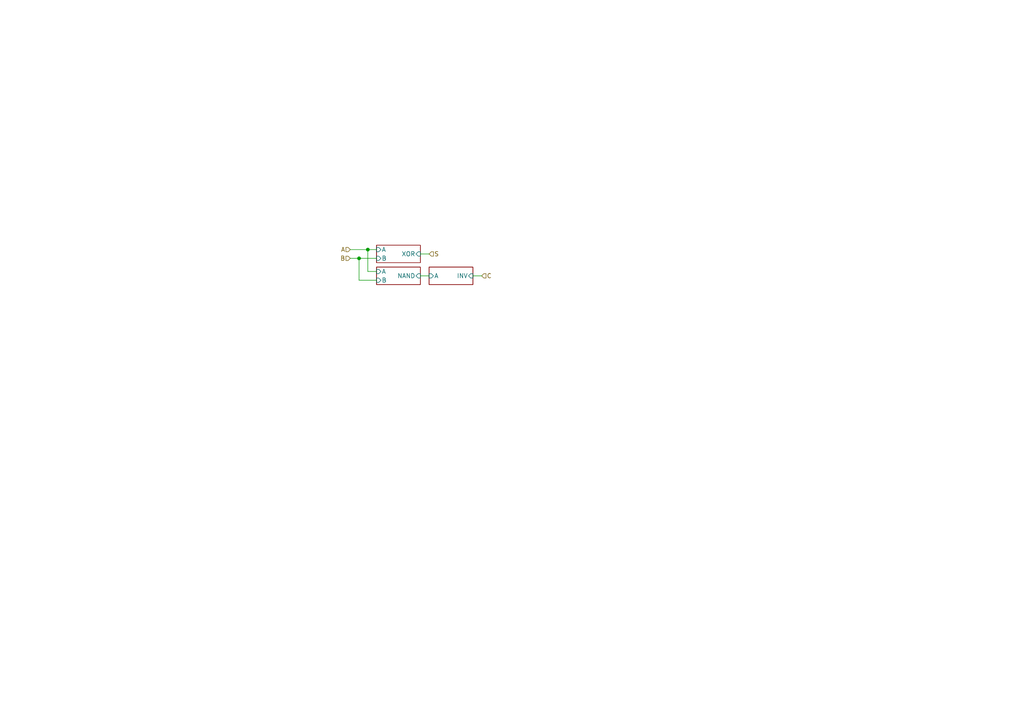
<source format=kicad_sch>
(kicad_sch
	(version 20250114)
	(generator "eeschema")
	(generator_version "9.0")
	(uuid "836caa08-1e8b-428e-9646-bbc51349a83c")
	(paper "A4")
	(lib_symbols)
	(junction
		(at 106.68 72.39)
		(diameter 0)
		(color 0 0 0 0)
		(uuid "31a1e9d7-4fd2-4459-98d2-a3e18a463261")
	)
	(junction
		(at 104.14 74.93)
		(diameter 0)
		(color 0 0 0 0)
		(uuid "a369e4b0-2a03-4a3f-975d-9e40512133e8")
	)
	(wire
		(pts
			(xy 121.92 80.01) (xy 124.46 80.01)
		)
		(stroke
			(width 0)
			(type default)
		)
		(uuid "38593da2-5bc6-4cc4-b648-a4d51f9a3242")
	)
	(wire
		(pts
			(xy 104.14 74.93) (xy 109.22 74.93)
		)
		(stroke
			(width 0)
			(type default)
		)
		(uuid "67cd4ae5-020c-4103-a0ac-e76e75375606")
	)
	(wire
		(pts
			(xy 137.16 80.01) (xy 139.7 80.01)
		)
		(stroke
			(width 0)
			(type default)
		)
		(uuid "6d65cd86-f76d-48db-a053-62f02732137f")
	)
	(wire
		(pts
			(xy 104.14 81.28) (xy 109.22 81.28)
		)
		(stroke
			(width 0)
			(type default)
		)
		(uuid "8f2a04cb-03a8-4aaa-bd1c-e863c8bb3193")
	)
	(wire
		(pts
			(xy 106.68 72.39) (xy 101.6 72.39)
		)
		(stroke
			(width 0)
			(type default)
		)
		(uuid "9f318310-e8f1-4bf8-8bb5-b7a4332810f9")
	)
	(wire
		(pts
			(xy 121.92 73.66) (xy 124.46 73.66)
		)
		(stroke
			(width 0)
			(type default)
		)
		(uuid "a5d4fd8d-b914-4fbd-87bf-1a57a6e33360")
	)
	(wire
		(pts
			(xy 101.6 74.93) (xy 104.14 74.93)
		)
		(stroke
			(width 0)
			(type default)
		)
		(uuid "bcb0b784-f5e7-463c-98e1-0523de13f6f2")
	)
	(wire
		(pts
			(xy 106.68 72.39) (xy 109.22 72.39)
		)
		(stroke
			(width 0)
			(type default)
		)
		(uuid "bf263ca3-ee3a-4b1b-b448-d0951a1db643")
	)
	(wire
		(pts
			(xy 106.68 78.74) (xy 106.68 72.39)
		)
		(stroke
			(width 0)
			(type default)
		)
		(uuid "c700a569-3022-46e1-9809-33b159fb5e46")
	)
	(wire
		(pts
			(xy 104.14 74.93) (xy 104.14 81.28)
		)
		(stroke
			(width 0)
			(type default)
		)
		(uuid "f0de4a7d-2140-4012-9edd-ee0ed86266a9")
	)
	(wire
		(pts
			(xy 109.22 78.74) (xy 106.68 78.74)
		)
		(stroke
			(width 0)
			(type default)
		)
		(uuid "f2d48544-4283-4477-857c-22c8f6fa0471")
	)
	(hierarchical_label "A"
		(shape input)
		(at 101.6 72.39 180)
		(effects
			(font
				(size 1.27 1.27)
			)
			(justify right)
		)
		(uuid "2e2e0ca8-79c7-4544-a161-d4d92ebf0538")
	)
	(hierarchical_label "B"
		(shape input)
		(at 101.6 74.93 180)
		(effects
			(font
				(size 1.27 1.27)
			)
			(justify right)
		)
		(uuid "692e870b-7c55-4695-abeb-26765ba78073")
	)
	(hierarchical_label "S"
		(shape input)
		(at 124.46 73.66 0)
		(effects
			(font
				(size 1.27 1.27)
			)
			(justify left)
		)
		(uuid "ac4dec2b-6bc0-49ab-ba82-26ce91e702be")
	)
	(hierarchical_label "C"
		(shape input)
		(at 139.7 80.01 0)
		(effects
			(font
				(size 1.27 1.27)
			)
			(justify left)
		)
		(uuid "c959c841-e9de-41c8-bdd1-0cf64bf51f59")
	)
	(sheet
		(at 109.22 71.12)
		(size 12.7 5.08)
		(exclude_from_sim no)
		(in_bom yes)
		(on_board yes)
		(dnp no)
		(fields_autoplaced yes)
		(stroke
			(width 0.1524)
			(type solid)
		)
		(fill
			(color 0 0 0 0.0000)
		)
		(uuid "ac27b22a-8814-4b28-9668-3efadea128c0")
		(property "Sheetname" "gate_xor_2_1"
			(at 109.22 70.4084 0)
			(effects
				(font
					(size 1.27 1.27)
				)
				(justify left bottom)
				(hide yes)
			)
		)
		(property "Sheetfile" "gate_xor_2.kicad_sch"
			(at 109.22 76.7846 0)
			(effects
				(font
					(size 1.27 1.27)
				)
				(justify left top)
				(hide yes)
			)
		)
		(pin "B" input
			(at 109.22 74.93 180)
			(uuid "568176d4-3c82-4c05-9053-71b4332f7df4")
			(effects
				(font
					(size 1.27 1.27)
				)
				(justify left)
			)
		)
		(pin "A" input
			(at 109.22 72.39 180)
			(uuid "9770bc62-9ee1-42c1-8637-75002f4e918e")
			(effects
				(font
					(size 1.27 1.27)
				)
				(justify left)
			)
		)
		(pin "XOR" input
			(at 121.92 73.66 0)
			(uuid "7ca50141-e304-4188-905c-e63e94f8ecb4")
			(effects
				(font
					(size 1.27 1.27)
				)
				(justify right)
			)
		)
		(instances
			(project "hera"
				(path "/6868e9eb-d1d4-45cb-8fc8-14949ab4307f/3c570bc0-f36e-460b-845c-8f1fe512ca10/cba4841c-fb3c-4467-856b-608a68a65e18"
					(page "167")
				)
				(path "/6868e9eb-d1d4-45cb-8fc8-14949ab4307f/3c570bc0-f36e-460b-845c-8f1fe512ca10/f84b0090-af4f-4ad0-8844-345400eaa29f"
					(page "174")
				)
				(path "/6868e9eb-d1d4-45cb-8fc8-14949ab4307f/3c570bc0-f36e-460b-845c-8f1fe512ca10/8d117448-fe0d-4fda-9663-4e000518d70b"
					(page "180")
				)
				(path "/6868e9eb-d1d4-45cb-8fc8-14949ab4307f/3c570bc0-f36e-460b-845c-8f1fe512ca10/3ef65c50-cb3a-4d59-8cb5-bca6a09c85ed"
					(page "186")
				)
				(path "/6868e9eb-d1d4-45cb-8fc8-14949ab4307f/3c570bc0-f36e-460b-845c-8f1fe512ca10/2039f4e7-f5e6-4c83-8d20-72f45be81f03"
					(page "192")
				)
				(path "/6868e9eb-d1d4-45cb-8fc8-14949ab4307f/3c570bc0-f36e-460b-845c-8f1fe512ca10/54e43fb8-cd0b-483b-901b-da293540c9ff"
					(page "198")
				)
				(path "/6868e9eb-d1d4-45cb-8fc8-14949ab4307f/3c570bc0-f36e-460b-845c-8f1fe512ca10/28235470-9292-4ecf-bf32-ad8ec5b0014f"
					(page "204")
				)
				(path "/6868e9eb-d1d4-45cb-8fc8-14949ab4307f/3c570bc0-f36e-460b-845c-8f1fe512ca10/66ed9de2-b64f-4f2a-b407-288b39a83d6f"
					(page "210")
				)
				(path "/6868e9eb-d1d4-45cb-8fc8-14949ab4307f/3c570bc0-f36e-460b-845c-8f1fe512ca10/1d92ffe5-c74b-4d6c-9792-31154b813fb0"
					(page "216")
				)
				(path "/6868e9eb-d1d4-45cb-8fc8-14949ab4307f/3c570bc0-f36e-460b-845c-8f1fe512ca10/fc34c981-0000-4619-8422-31d2cdeb1137"
					(page "222")
				)
				(path "/6868e9eb-d1d4-45cb-8fc8-14949ab4307f/3c570bc0-f36e-460b-845c-8f1fe512ca10/76b4f05b-be31-4b2c-8e43-5ae30f704c8e"
					(page "228")
				)
				(path "/6868e9eb-d1d4-45cb-8fc8-14949ab4307f/3c570bc0-f36e-460b-845c-8f1fe512ca10/d2c9d330-dbaf-4535-94d3-aee39ceb2820"
					(page "234")
				)
				(path "/6868e9eb-d1d4-45cb-8fc8-14949ab4307f/3c570bc0-f36e-460b-845c-8f1fe512ca10/e44ef52d-2f54-4411-b547-4937048578a8"
					(page "240")
				)
				(path "/6868e9eb-d1d4-45cb-8fc8-14949ab4307f/3c570bc0-f36e-460b-845c-8f1fe512ca10/02b482c5-966b-44a5-8fad-4ca94e0f1dc0"
					(page "246")
				)
				(path "/6868e9eb-d1d4-45cb-8fc8-14949ab4307f/3c570bc0-f36e-460b-845c-8f1fe512ca10/2ea0f75e-caa7-482a-a519-5ad9e0ce3fff"
					(page "252")
				)
				(path "/6868e9eb-d1d4-45cb-8fc8-14949ab4307f/3c570bc0-f36e-460b-845c-8f1fe512ca10/3b0b5ae8-4d79-4a9e-a17d-ebe54ed7d36d"
					(page "258")
				)
			)
		)
	)
	(sheet
		(at 124.46 77.47)
		(size 12.7 5.08)
		(exclude_from_sim no)
		(in_bom yes)
		(on_board yes)
		(dnp no)
		(fields_autoplaced yes)
		(stroke
			(width 0.1524)
			(type solid)
		)
		(fill
			(color 0 0 0 0.0000)
		)
		(uuid "cdcd0c0f-7373-496e-a3d6-6450ae8b77f9")
		(property "Sheetname" "gate_inv_1_1"
			(at 124.46 76.7584 0)
			(effects
				(font
					(size 1.27 1.27)
				)
				(justify left bottom)
				(hide yes)
			)
		)
		(property "Sheetfile" "gate_inv_1.kicad_sch"
			(at 124.46 83.1346 0)
			(effects
				(font
					(size 1.27 1.27)
				)
				(justify left top)
				(hide yes)
			)
		)
		(pin "A" input
			(at 124.46 80.01 180)
			(uuid "48d9bc99-b776-4a9d-b033-6e908b19daed")
			(effects
				(font
					(size 1.27 1.27)
				)
				(justify left)
			)
		)
		(pin "INV" input
			(at 137.16 80.01 0)
			(uuid "93b095ab-c450-4c76-8cd1-a1d81c867912")
			(effects
				(font
					(size 1.27 1.27)
				)
				(justify right)
			)
		)
		(instances
			(project "hera"
				(path "/6868e9eb-d1d4-45cb-8fc8-14949ab4307f/3c570bc0-f36e-460b-845c-8f1fe512ca10/cba4841c-fb3c-4467-856b-608a68a65e18"
					(page "172")
				)
				(path "/6868e9eb-d1d4-45cb-8fc8-14949ab4307f/3c570bc0-f36e-460b-845c-8f1fe512ca10/f84b0090-af4f-4ad0-8844-345400eaa29f"
					(page "178")
				)
				(path "/6868e9eb-d1d4-45cb-8fc8-14949ab4307f/3c570bc0-f36e-460b-845c-8f1fe512ca10/8d117448-fe0d-4fda-9663-4e000518d70b"
					(page "184")
				)
				(path "/6868e9eb-d1d4-45cb-8fc8-14949ab4307f/3c570bc0-f36e-460b-845c-8f1fe512ca10/3ef65c50-cb3a-4d59-8cb5-bca6a09c85ed"
					(page "190")
				)
				(path "/6868e9eb-d1d4-45cb-8fc8-14949ab4307f/3c570bc0-f36e-460b-845c-8f1fe512ca10/2039f4e7-f5e6-4c83-8d20-72f45be81f03"
					(page "196")
				)
				(path "/6868e9eb-d1d4-45cb-8fc8-14949ab4307f/3c570bc0-f36e-460b-845c-8f1fe512ca10/54e43fb8-cd0b-483b-901b-da293540c9ff"
					(page "202")
				)
				(path "/6868e9eb-d1d4-45cb-8fc8-14949ab4307f/3c570bc0-f36e-460b-845c-8f1fe512ca10/28235470-9292-4ecf-bf32-ad8ec5b0014f"
					(page "208")
				)
				(path "/6868e9eb-d1d4-45cb-8fc8-14949ab4307f/3c570bc0-f36e-460b-845c-8f1fe512ca10/66ed9de2-b64f-4f2a-b407-288b39a83d6f"
					(page "214")
				)
				(path "/6868e9eb-d1d4-45cb-8fc8-14949ab4307f/3c570bc0-f36e-460b-845c-8f1fe512ca10/1d92ffe5-c74b-4d6c-9792-31154b813fb0"
					(page "220")
				)
				(path "/6868e9eb-d1d4-45cb-8fc8-14949ab4307f/3c570bc0-f36e-460b-845c-8f1fe512ca10/fc34c981-0000-4619-8422-31d2cdeb1137"
					(page "226")
				)
				(path "/6868e9eb-d1d4-45cb-8fc8-14949ab4307f/3c570bc0-f36e-460b-845c-8f1fe512ca10/76b4f05b-be31-4b2c-8e43-5ae30f704c8e"
					(page "232")
				)
				(path "/6868e9eb-d1d4-45cb-8fc8-14949ab4307f/3c570bc0-f36e-460b-845c-8f1fe512ca10/d2c9d330-dbaf-4535-94d3-aee39ceb2820"
					(page "238")
				)
				(path "/6868e9eb-d1d4-45cb-8fc8-14949ab4307f/3c570bc0-f36e-460b-845c-8f1fe512ca10/e44ef52d-2f54-4411-b547-4937048578a8"
					(page "244")
				)
				(path "/6868e9eb-d1d4-45cb-8fc8-14949ab4307f/3c570bc0-f36e-460b-845c-8f1fe512ca10/02b482c5-966b-44a5-8fad-4ca94e0f1dc0"
					(page "250")
				)
				(path "/6868e9eb-d1d4-45cb-8fc8-14949ab4307f/3c570bc0-f36e-460b-845c-8f1fe512ca10/2ea0f75e-caa7-482a-a519-5ad9e0ce3fff"
					(page "256")
				)
				(path "/6868e9eb-d1d4-45cb-8fc8-14949ab4307f/3c570bc0-f36e-460b-845c-8f1fe512ca10/3b0b5ae8-4d79-4a9e-a17d-ebe54ed7d36d"
					(page "262")
				)
			)
		)
	)
	(sheet
		(at 109.22 77.47)
		(size 12.7 5.08)
		(exclude_from_sim no)
		(in_bom yes)
		(on_board yes)
		(dnp no)
		(fields_autoplaced yes)
		(stroke
			(width 0.1524)
			(type solid)
		)
		(fill
			(color 0 0 0 0.0000)
		)
		(uuid "ff5899d3-5556-4193-91df-de414a18b632")
		(property "Sheetname" "gate_nand_2_2"
			(at 109.22 76.7584 0)
			(effects
				(font
					(size 1.27 1.27)
				)
				(justify left bottom)
				(hide yes)
			)
		)
		(property "Sheetfile" "gate_nand_2.kicad_sch"
			(at 109.22 83.1346 0)
			(effects
				(font
					(size 1.27 1.27)
				)
				(justify left top)
				(hide yes)
			)
		)
		(pin "B" input
			(at 109.22 81.28 180)
			(uuid "3d16ddcd-f5aa-41ce-ad65-09e0c3b4c762")
			(effects
				(font
					(size 1.27 1.27)
				)
				(justify left)
			)
		)
		(pin "A" input
			(at 109.22 78.74 180)
			(uuid "7a1d6be0-7851-4b91-85e2-1269f30ddc9d")
			(effects
				(font
					(size 1.27 1.27)
				)
				(justify left)
			)
		)
		(pin "NAND" input
			(at 121.92 80.01 0)
			(uuid "4774a3fa-d422-482c-acc7-ca1d62a0bf80")
			(effects
				(font
					(size 1.27 1.27)
				)
				(justify right)
			)
		)
		(instances
			(project "hera"
				(path "/6868e9eb-d1d4-45cb-8fc8-14949ab4307f/3c570bc0-f36e-460b-845c-8f1fe512ca10/cba4841c-fb3c-4467-856b-608a68a65e18"
					(page "170")
				)
				(path "/6868e9eb-d1d4-45cb-8fc8-14949ab4307f/3c570bc0-f36e-460b-845c-8f1fe512ca10/f84b0090-af4f-4ad0-8844-345400eaa29f"
					(page "177")
				)
				(path "/6868e9eb-d1d4-45cb-8fc8-14949ab4307f/3c570bc0-f36e-460b-845c-8f1fe512ca10/8d117448-fe0d-4fda-9663-4e000518d70b"
					(page "183")
				)
				(path "/6868e9eb-d1d4-45cb-8fc8-14949ab4307f/3c570bc0-f36e-460b-845c-8f1fe512ca10/3ef65c50-cb3a-4d59-8cb5-bca6a09c85ed"
					(page "189")
				)
				(path "/6868e9eb-d1d4-45cb-8fc8-14949ab4307f/3c570bc0-f36e-460b-845c-8f1fe512ca10/2039f4e7-f5e6-4c83-8d20-72f45be81f03"
					(page "195")
				)
				(path "/6868e9eb-d1d4-45cb-8fc8-14949ab4307f/3c570bc0-f36e-460b-845c-8f1fe512ca10/54e43fb8-cd0b-483b-901b-da293540c9ff"
					(page "201")
				)
				(path "/6868e9eb-d1d4-45cb-8fc8-14949ab4307f/3c570bc0-f36e-460b-845c-8f1fe512ca10/28235470-9292-4ecf-bf32-ad8ec5b0014f"
					(page "207")
				)
				(path "/6868e9eb-d1d4-45cb-8fc8-14949ab4307f/3c570bc0-f36e-460b-845c-8f1fe512ca10/66ed9de2-b64f-4f2a-b407-288b39a83d6f"
					(page "213")
				)
				(path "/6868e9eb-d1d4-45cb-8fc8-14949ab4307f/3c570bc0-f36e-460b-845c-8f1fe512ca10/1d92ffe5-c74b-4d6c-9792-31154b813fb0"
					(page "219")
				)
				(path "/6868e9eb-d1d4-45cb-8fc8-14949ab4307f/3c570bc0-f36e-460b-845c-8f1fe512ca10/fc34c981-0000-4619-8422-31d2cdeb1137"
					(page "225")
				)
				(path "/6868e9eb-d1d4-45cb-8fc8-14949ab4307f/3c570bc0-f36e-460b-845c-8f1fe512ca10/76b4f05b-be31-4b2c-8e43-5ae30f704c8e"
					(page "231")
				)
				(path "/6868e9eb-d1d4-45cb-8fc8-14949ab4307f/3c570bc0-f36e-460b-845c-8f1fe512ca10/d2c9d330-dbaf-4535-94d3-aee39ceb2820"
					(page "237")
				)
				(path "/6868e9eb-d1d4-45cb-8fc8-14949ab4307f/3c570bc0-f36e-460b-845c-8f1fe512ca10/e44ef52d-2f54-4411-b547-4937048578a8"
					(page "243")
				)
				(path "/6868e9eb-d1d4-45cb-8fc8-14949ab4307f/3c570bc0-f36e-460b-845c-8f1fe512ca10/02b482c5-966b-44a5-8fad-4ca94e0f1dc0"
					(page "249")
				)
				(path "/6868e9eb-d1d4-45cb-8fc8-14949ab4307f/3c570bc0-f36e-460b-845c-8f1fe512ca10/2ea0f75e-caa7-482a-a519-5ad9e0ce3fff"
					(page "255")
				)
				(path "/6868e9eb-d1d4-45cb-8fc8-14949ab4307f/3c570bc0-f36e-460b-845c-8f1fe512ca10/3b0b5ae8-4d79-4a9e-a17d-ebe54ed7d36d"
					(page "261")
				)
			)
		)
	)
)

</source>
